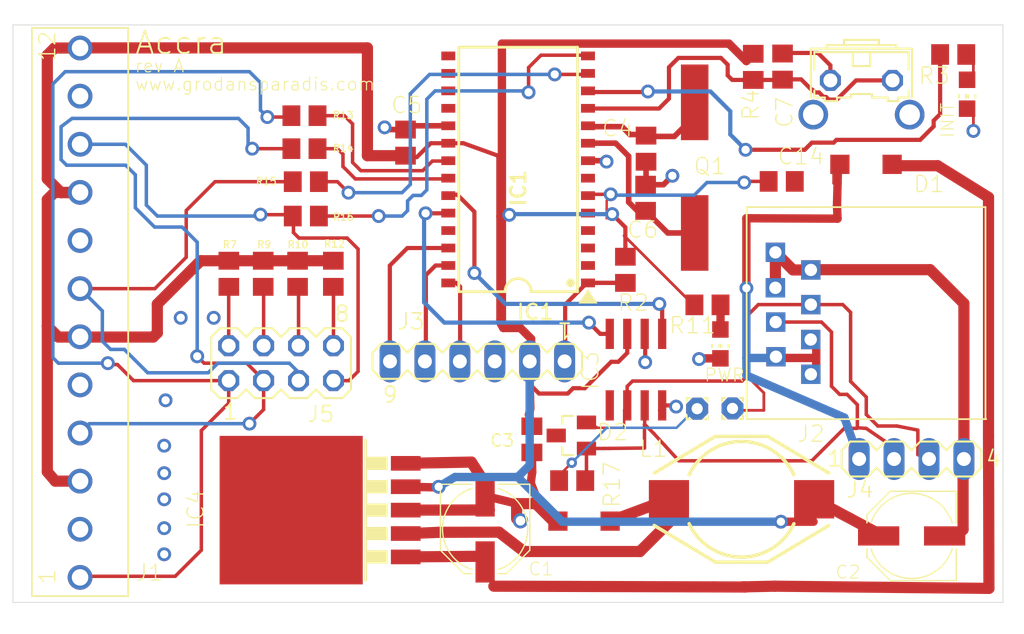
<source format=kicad_pcb>
(kicad_pcb (version 20241229) (generator "pcbnew") (generator_version "9.0")
  (layers (0 "F.Cu" signal) (4 "In1.Cu" signal) (6 "In2.Cu" signal) (8 "In3.Cu" signal) (10 "In4.Cu" signal) (2 "B.Cu" signal) (13 "F.Paste" user) (15 "B.Paste" user) (5 "F.SilkS" user "F.Silkscreen") (7 "B.SilkS" user "B.Silkscreen") (1 "F.Mask" user) (3 "B.Mask" user) (25 "Edge.Cuts" user))
  (net 0 "")
  (net 1 "+12V")
  (net 2 "VREF")
  (net 3 "GND")
  (net 4 "VCC")
  (net 5 "TXCAN")
  (net 6 "N$4")
  (net 7 "N$6")
  (net 8 "RXCAN")
  (net 9 "N$5")
  (net 10 "N$12")
  (net 11 "N$13")
  (net 12 "N$14")
  (net 13 "N$15")
  (net 14 "CANL")
  (net 15 "N$3")
  (net 16 "N$1")
  (net 17 "N$2")
  (net 18 "N$7")
  (net 19 "N$20")
  (net 20 "N$22")
  (net 21 "N$11")
  (net 22 "N$9")
  (net 23 "N$10")
  (net 24 "N$16")
  (net 25 "N$17")
  (net 26 "N$23")
  (net 27 "N$24")
  (net 28 "N$25")
  (net 29 "N$26")
  (net 30 "CNT1")
  (net 31 "CNT2")
  (net 32 "CNT3")
  (net 33 "CNT4")
  (footprint "accra_A:R0805" (layer "F.Cu") (at 135.8011 102.1036 -90)
    (property "Reference" "R12")
    (property "Value" "10K" (hide yes))
  )
  (footprint "accra_A:R0805" (layer "F.Cu") (at 130.7011 102.1036 -90)
    (property "Reference" "R9")
    (property "Value" "10K" (hide yes))
  )
  (footprint "accra_A:RJ-45" (layer "F.Cu") (at 176.8811 104.9636 90)
    (property "Reference" "J2")
    (property "Value" "A00-108-220-450" (hide yes))
  )
  (footprint "accra_A:R0805" (layer "F.Cu") (at 157.0411 101.8136 90)
    (property "Reference" "R2")
    (property "Value" "10K" (hide yes))
  )
  (footprint "accra_A:C0805" (layer "F.Cu") (at 168.4111 95.3836 180)
    (property "Reference" "C14")
    (property "Value" "10 uF" (hide yes))
  )
  (footprint "accra_A:R0805" (layer "F.Cu") (at 166.3411 87.0536 90)
    (property "Reference" "R4")
    (property "Value" "10K" (hide yes))
  )
  (footprint "accra_A:SOD123" (layer "F.Cu") (at 154.0333 120.0914 180)
    (property "Reference" "UNK1N5819" (hide yes))
    (property "Value" "S1D" (hide yes))
  )
  (footprint "accra_A:SO-08" (layer "F.Cu") (at 157.8111 109.0736 180)
    (property "Reference" "IC3")
    (property "Value" "MCP2551SN" (hide yes))
  )
  (footprint "accra_A:R0805" (layer "F.Cu") (at 133.8011 95.4036 180)
    (property "Reference" "R15")
    (property "Value" "22" (hide yes))
  )
  (footprint "accra_A:9C" (layer "F.Cu") (at 162.0811 94.3736 -90)
    (property "Reference" "Q1")
    (property "Value" "10 MHz" (hide yes))
  )
  (footprint "accra_A:0805" (layer "F.Cu") (at 150.2411 114.1436 90)
    (property "Reference" "C3")
    (property "Value" "100nF" (hide yes))
  )
  (footprint "accra_A:R0805" (layer "F.Cu") (at 133.8011 97.9036 180)
    (property "Reference" "R16")
    (property "Value" "22" (hide yes))
  )
  (footprint "accra_A:SOD123" (layer "F.Cu") (at 174.5411 94.1436 180)
    (property "Reference" "D1")
    (property "Value" "S1D" (hide yes))
  )
  (footprint "accra_A:C0805" (layer "F.Cu") (at 158.5127 96.575 -90)
    (property "Reference" "C6")
    (property "Value" "15pF" (hide yes))
  )
  (footprint "accra_A:R0805" (layer "F.Cu") (at 153.1711 117.1436 180)
    (property "Reference" "R17")
    (property "Value" "120" (hide yes))
  )
  (footprint "accra_A:1,6_0,8" (layer "F.Cu") (at 164.8311 111.8936)
    (property "Reference" "PAD2" (hide yes))
    (property "Value" "")
  )
  (footprint "accra_A:PINHEAD-12" (layer "F.Cu") (at 117.3811 106.6836 90)
    (property "Reference" "J1")
    (property "Value" "OSTTE-12" (hide yes))
  )
  (footprint "accra_A:MA06-1" (layer "F.Cu") (at 146.2711 108.4736 180)
    (property "Reference" "J3")
    (property "Value" "")
  )
  (footprint "accra_A:R0805" (layer "F.Cu") (at 128.2011 102.1036 -90)
    (property "Reference" "R7")
    (property "Value" "10K" (hide yes))
  )
  (footprint "accra_A:TO263-5" (layer "F.Cu") (at 135.2751 119.2912 90)
    (property "Reference" "IC4")
    (property "Value" "LM2575S" (hide yes))
  )
  (footprint "accra_A:DO3316P" (layer "F.Cu") (at 165.4887 118.5014)
    (property "Reference" "L1")
    (property "Value" "330 uH" (hide yes))
  )
  (footprint "accra_A:1,6_0,8" (layer "F.Cu") (at 162.2611 111.9136)
    (property "Reference" "PAD1" (hide yes))
    (property "Value" "")
  )
  (footprint "accra_A:PANASONIC_D" (layer "F.Cu") (at 177.8587 121.1678 180)
    (property "Reference" "C2")
    (property "Value" "330uF" (hide yes))
  )
  (footprint "accra_A:C0805" (layer "F.Cu") (at 141.0511 92.5636 90)
    (property "Reference" "C5")
    (property "Value" "0.1uF" (hide yes))
  )
  (footprint "accra_A:R0805" (layer "F.Cu") (at 133.2011 102.1036 -90)
    (property "Reference" "R10")
    (property "Value" "10K" (hide yes))
  )
  (footprint "accra_A:C0805" (layer "F.Cu") (at 168.4711 87.0336 -90)
    (property "Reference" "C7")
    (property "Value" "0.1uF" (hide yes))
  )
  (footprint "accra_A:C0805" (layer "F.Cu") (at 158.5437 93.0044 90)
    (property "Reference" "C4")
    (property "Value" "15pF" (hide yes))
  )
  (footprint "accra_A:PANASONIC_D" (layer "F.Cu") (at 146.8389 120.6594 -90)
    (property "Reference" "C1")
    (property "Value" "100uF" (hide yes))
  )
  (footprint "accra_A:R0805" (layer "F.Cu") (at 180.8811 86.1536 180)
    (property "Reference" "R3")
    (property "Value" "1K" (hide yes))
  )
  (footprint "accra_A:R0805" (layer "F.Cu") (at 133.7011 90.6036 180)
    (property "Reference" "R13")
    (property "Value" "22" (hide yes))
  )
  (footprint "accra_A:B3F-31XX" (layer "F.Cu") (at 174.2111 89.2836 180)
    (property "Reference" "S1" (hide yes))
    (property "Value" "")
  )
  (footprint "accra_A:R0805" (layer "F.Cu") (at 133.7011 93.0036 180)
    (property "Reference" "R14")
    (property "Value" "22" (hide yes))
  )
  (footprint "accra_A:CHIP-LED0805" (layer "F.Cu") (at 181.8911 89.0436 180)
    (property "Reference" "LED1" (hide yes))
    (property "Value" "")
  )
  (footprint "accra_A:CHIP-LED0805" (layer "F.Cu") (at 163.9511 107.2036 180)
    (property "Reference" "LED9" (hide yes))
    (property "Value" "")
  )
  (footprint "accra_A:R0805" (layer "F.Cu") (at 163.0111 104.3636 180)
    (property "Reference" "R11")
    (property "Value" "1K" (hide yes))
  )
  (footprint "accra_A:MA04-2" (layer "F.Cu") (at 132.0011 108.6036)
    (property "Reference" "J5")
    (property "Value" "")
  )
  (footprint "accra_A:SOT23" (layer "F.Cu") (at 153.1111 113.8636 90)
    (property "Reference" "D2")
    (property "Value" "NUP2105L" (hide yes))
  )
  (footprint "accra_A:SO28" (layer "F.Cu") (at 149.2411 94.5136 90)
    (property "Reference" "IC1")
    (property "Value" "PIC18F2580" (hide yes))
  )
  (footprint "accra_A:MA04-1" (layer "F.Cu") (at 177.8511 115.5736)
    (property "Reference" "J4")
    (property "Value" "")
  )
  (gr_line (start 112.5011 84.0036) (end 184.5011 84.0036) (stroke (width 0.05)) (layer "Edge.Cuts"))
  (gr_line (start 184.5011 84.0036) (end 184.5011 126.0036) (stroke (width 0.05)) (layer "Edge.Cuts"))
  (gr_line (start 112.5011 126.0036) (end 112.5011 84.0036) (stroke (width 0.05)) (layer "Edge.Cuts"))
  (gr_line (start 184.5011 126.0036) (end 112.5011 126.0036) (stroke (width 0.05)) (layer "Edge.Cuts"))
  (gr_text "PWR" (at 162.7311 110.0136 0) (layer "F.SilkS") (effects (font (size 0.93472 0.93472) (thickness 0.08128)) (justify left bottom)))
  (gr_text "INIT" (at 181.0211 92.2836 90) (layer "F.SilkS") (effects (font (size 0.93472 0.93472) (thickness 0.08128)) (justify left bottom)))
  (gr_text "Accra" (at 121.2975 86.2482 0) (layer "F.SilkS") (effects (font (size 1.63576 1.63576) (thickness 0.14224)) (justify left bottom)))
  (gr_text "rev A" (at 121.3051 87.5306 0) (layer "F.SilkS") (effects (font (size 0.93472 0.93472) (thickness 0.08128)) (justify left bottom)))
  (gr_text "www.grodansparadis.com" (at 121.3351 88.8516 0) (layer "F.SilkS") (effects (font (size 0.93472 0.93472) (thickness 0.08128)) (justify left bottom)))
  (segment (start 170.9211 108.2236) (end 170.9211 106.9536) (width 0.6096) (layer "F.Cu") (net 1))
  (segment (start 165.8411 103.1436) (end 165.8411 98.0636) (width 0.6096) (layer "F.Cu") (net 1))
  (segment (start 170.9211 108.2236) (end 170.9211 109.4936) (width 0.6096) (layer "F.Cu") (net 1))
  (segment (start 167.9911 108.1336) (end 168.3811 108.2236) (width 0.2032) (layer "F.Cu") (net 1))
  (segment (start 172.4726 95.5303) (end 172.1911 95.5236) (width 0.2032) (layer "F.Cu") (net 1))
  (segment (start 172.4726 95.5303) (end 172.5111 94.0336) (width 0.6096) (layer "F.Cu") (net 1))
  (segment (start 172.1911 94.2536) (end 172.6411 94.1436) (width 0.2032) (layer "F.Cu") (net 1))
  (segment (start 165.8411 98.0636) (end 172.4711 98.0936) (width 0.6096) (layer "F.Cu") (net 1))
  (segment (start 170.9211 109.4936) (end 170.5311 109.4136) (width 0.6096) (layer "F.Cu") (net 1))
  (segment (start 172.1911 95.5236) (end 172.1911 94.2536) (width 0.2032) (layer "F.Cu") (net 1))
  (segment (start 172.4711 98.0936) (end 172.4311 97.1436) (width 0.6096) (layer "F.Cu") (net 1))
  (segment (start 172.4311 97.1436) (end 172.4726 95.5303) (width 0.6096) (layer "F.Cu") (net 1))
  (segment (start 172.6411 94.1436) (end 172.3211 94.1636) (width 0.4064) (layer "F.Cu") (net 1))
  (segment (start 168.3811 108.2236) (end 170.9211 108.2236) (width 0.6096) (layer "F.Cu") (net 1))
  (segment (start 170.9211 106.9536) (end 170.5211 106.8836) (width 0.6096) (layer "F.Cu") (net 1))
  (via (at 165.8411 103.1436) (size 1.0064) (drill 0.6) (layers "F.Cu" "B.Cu") (net 1))
  (segment (start 165.8411 109.4936) (end 165.8411 108.2236) (width 0.6096) (layer "B.Cu") (net 1))
  (segment (start 165.8411 108.2236) (end 165.8411 103.1436) (width 0.6096) (layer "B.Cu") (net 1))
  (segment (start 172.9711 112.5636) (end 174.0411 115.5736) (width 0.6096) (layer "B.Cu") (net 1))
  (segment (start 165.8411 108.2236) (end 168.3811 108.2236) (width 0.6096) (layer "B.Cu") (net 1))
  (segment (start 168.3811 108.2236) (end 167.9911 108.1336) (width 0.6096) (layer "B.Cu") (net 1))
  (segment (start 165.8411 109.4936) (end 172.9711 112.5636) (width 0.6096) (layer "B.Cu") (net 1))
  (segment (start 181.6011 120.7036) (end 181.6011 115.6336) (width 0.8128) (layer "F.Cu") (net 3))
  (segment (start 170.5311 101.8236) (end 169.2311 101.8236) (width 0.8128) (layer "F.Cu") (net 3))
  (segment (start 149.1311 118.8194) (end 149.1311 118.6436) (width 0.254) (layer "F.Cu") (net 3))
  (segment (start 151.9759 120.0914) (end 152.0775 120.193) (width 0.6096) (layer "F.Cu") (net 3))
  (segment (start 181.1369 121.1678) (end 181.6011 120.7036) (width 0.8128) (layer "F.Cu") (net 3))
  (segment (start 145.8407 115.7976) (end 141.0663 115.8876) (width 0.8128) (layer "F.Cu") (net 3))
  (segment (start 150.5261 118.2586) (end 150.1611 117.3236) (width 0.6096) (layer "F.Cu") (net 3))
  (segment (start 181.6611 104.2636) (end 179.2011 101.8036) (width 0.8128) (layer "F.Cu") (net 3))
  (segment (start 169.2311 101.8236) (end 167.9511 100.5436) (width 0.8128) (layer "F.Cu") (net 3))
  (segment (start 146.8389 118.2594) (end 149.1311 118.8194) (width 0.6096) (layer "F.Cu") (net 3))
  (segment (start 150.2636 116.5236) (end 150.2411 115.0961) (width 0.6096) (layer "F.Cu") (net 3))
  (segment (start 146.9721 117.5514) (end 145.8407 115.7976) (width 0.8128) (layer "F.Cu") (net 3))
  (segment (start 147.1483 119.2796) (end 146.8329 119.3566) (width 0.6096) (layer "F.Cu") (net 3))
  (segment (start 155.6061 93.8786) (end 155.6711 93.9436) (width 0.4064) (layer "F.Cu") (net 3))
  (segment (start 160.6411 111.6736) (end 160.7311 111.7636) (width 0.3048) (layer "F.Cu") (net 3))
  (segment (start 151.8333 120.1266) (end 152.1333 120.0914) (width 0.6096) (layer "F.Cu") (net 3))
  (segment (start 146.9389 118.8546) (end 146.8451 118.9484) (width 0.6096) (layer "F.Cu") (net 3))
  (segment (start 180.2587 121.1678) (end 181.1369 121.1678) (width 0.8128) (layer "F.Cu") (net 3))
  (segment (start 151.9759 120.0914) (end 151.4311 119.5466) (width 0.6096) (layer "F.Cu") (net 3))
  (segment (start 179.2011 101.8036) (end 170.5511 101.8036) (width 0.8128) (layer "F.Cu") (net 3))
  (segment (start 171.9505 86.943) (end 171.9505 88.039) (width 0.3048) (layer "F.Cu") (net 3))
  (segment (start 159.4911 112.0336) (end 159.7161 111.6736) (width 0.1778) (layer "F.Cu") (net 3))
  (segment (start 159.7161 111.6736) (end 160.6411 111.6736) (width 0.3048) (layer "F.Cu") (net 3))
  (segment (start 182.3511 91.7136) (end 182.3511 90.4436) (width 0.2032) (layer "F.Cu") (net 3))
  (segment (start 147.1479 118.8194) (end 146.8389 118.2594) (width 0.6096) (layer "F.Cu") (net 3))
  (segment (start 158.4811 106.5086) (end 158.4461 106.4736) (width 0.3048) (layer "F.Cu") (net 3))
  (segment (start 167.9511 100.5436) (end 167.9511 103.1236) (width 0.8128) (layer "F.Cu") (net 3))
  (segment (start 150.5261 118.8194) (end 151.8333 120.1266) (width 0.8128) (layer "F.Cu") (net 3))
  (segment (start 159.4911 112.0336) (end 159.693093 112.0336) (width 0.1778) (layer "F.Cu") (net 3))
  (segment (start 168.4711 86.0836) (end 168.5111 86.0436) (width 0.3048) (layer "F.Cu") (net 3))
  (segment (start 149.1311 119.9136) (end 149.4105 120.066) (width 0.6096) (layer "F.Cu") (net 3))
  (segment (start 146.8389 118.2594) (end 146.9389 118.8546) (width 0.6096) (layer "F.Cu") (net 3))
  (segment (start 152.1333 120.0914) (end 151.9759 120.0914) (width 0.6096) (layer "F.Cu") (net 3))
  (segment (start 170.5511 101.8036) (end 170.5311 101.8236) (width 0.8128) (layer "F.Cu") (net 3))
  (segment (start 149.1311 118.8194) (end 150.5261 118.8194) (width 0.8128) (layer "F.Cu") (net 3))
  (segment (start 150.1611 117.3236) (end 150.2636 116.5236) (width 0.6096) (layer "F.Cu") (net 3))
  (segment (start 146.8329 119.3566) (end 147.1245 118.796) (width 0.6096) (layer "F.Cu") (net 3))
  (segment (start 158.5127 95.625) (end 158.5437 95.594) (width 0.4064) (layer "F.Cu") (net 3))
  (segment (start 158.5437 95.594) (end 158.5437 93.9544) (width 0.4064) (layer "F.Cu") (net 3))
  (segment (start 171.0511 86.0436) (end 171.9505 86.943) (width 0.3048) (layer "F.Cu") (net 3))
  (segment (start 141.0511 91.6136) (end 141.3261 91.3386) (width 0.4064) (layer "F.Cu") (net 3))
  (segment (start 147.1479 118.8194) (end 147.2007 118.8722) (width 0.6096) (layer "F.Cu") (net 3))
  (segment (start 159.8097 95.625) (end 160.4611 94.9736) (width 0.4064) (layer "F.Cu") (net 3))
  (segment (start 154.3211 93.8786) (end 155.6061 93.8786) (width 0.4064) (layer "F.Cu") (net 3))
  (segment (start 181.6011 115.6336) (end 181.6611 115.5736) (width 0.8128) (layer "F.Cu") (net 3))
  (segment (start 181.6611 115.5736) (end 181.6611 104.2636) (width 0.8128) (layer "F.Cu") (net 3))
  (segment (start 158.5127 95.625) (end 159.8097 95.625) (width 0.4064) (layer "F.Cu") (net 3))
  (segment (start 158.5437 93.9544) (end 158.4679 93.8786) (width 0.4064) (layer "F.Cu") (net 3))
  (segment (start 146.9721 118.8214) (end 146.9721 117.5514) (width 0.6096) (layer "F.Cu") (net 3))
  (segment (start 147.1245 118.796) (end 147.1479 118.8194) (width 0.6096) (layer "F.Cu") (net 3))
  (segment (start 182.3511 90.4436) (end 181.8911 90.0936) (width 0.2032) (layer "F.Cu") (net 3))
  (segment (start 151.8333 120.1266) (end 151.9251 120.2184) (width 0.6096) (layer "F.Cu") (net 3))
  (segment (start 139.5311 91.4536) (end 139.6911 91.6136) (width 0.4064) (layer "F.Cu") (net 3))
  (segment (start 141.0663 119.2912) (end 147.1483 119.2796) (width 0.8128) (layer "F.Cu") (net 3))
  (segment (start 158.4811 108.5336) (end 158.4811 106.5086) (width 0.3048) (layer "F.Cu") (net 3))
  (segment (start 149.1311 118.8194) (end 149.1311 119.9136) (width 0.8128) (layer "F.Cu") (net 3))
  (segment (start 168.5111 86.0436) (end 171.0511 86.0436) (width 0.3048) (layer "F.Cu") (net 3))
  (segment (start 146.9389 118.8546) (end 146.9721 118.8214) (width 0.6096) (layer "F.Cu") (net 3))
  (segment (start 141.3261 91.3386) (end 144.1611 91.3386) (width 0.4064) (layer "F.Cu") (net 3))
  (segment (start 139.6911 91.6136) (end 141.0511 91.6136) (width 0.4064) (layer "F.Cu") (net 3))
  (segment (start 162.4511 108.2536) (end 163.9511 108.2536) (width 0.6096) (layer "F.Cu") (net 3))
  (segment (start 150.5261 118.8194) (end 150.5261 118.2586) (width 0.6096) (layer "F.Cu") (net 3))
  (via (at 158.4811 108.5336) (size 1.0064) (drill 0.6) (layers "F.Cu" "B.Cu") (net 3))
  (via (at 123.5011 114.6036) (size 1.0064) (drill 0.6) (layers "F.Cu" "B.Cu") (net 3))
  (via (at 155.6711 93.9436) (size 1.0064) (drill 0.6) (layers "F.Cu" "B.Cu") (net 3))
  (via (at 124.7011 105.3036) (size 1.0064) (drill 0.6) (layers "F.Cu" "B.Cu") (net 3))
  (via (at 160.7311 111.7636) (size 1.0064) (drill 0.6) (layers "F.Cu" "B.Cu") (net 3))
  (via (at 160.4611 94.9736) (size 1.0064) (drill 0.6) (layers "F.Cu" "B.Cu") (net 3))
  (via (at 127.1011 105.3036) (size 1.0064) (drill 0.6) (layers "F.Cu" "B.Cu") (net 3))
  (via (at 123.6011 111.3036) (size 1.0064) (drill 0.6) (layers "F.Cu" "B.Cu") (net 3))
  (via (at 182.3511 91.7136) (size 1.0064) (drill 0.6) (layers "F.Cu" "B.Cu") (net 3))
  (via (at 149.4105 120.066) (size 1.1064) (drill 0.7) (layers "F.Cu" "B.Cu") (net 3))
  (via (at 123.5011 122.5036) (size 1.0064) (drill 0.6) (layers "F.Cu" "B.Cu") (net 3))
  (via (at 162.4011 108.3036) (size 1.0064) (drill 0.6) (layers "F.Cu" "B.Cu") (net 3))
  (via (at 123.5011 116.6036) (size 1.0064) (drill 0.6) (layers "F.Cu" "B.Cu") (net 3))
  (via (at 123.5011 120.6036) (size 1.0064) (drill 0.6) (layers "F.Cu" "B.Cu") (net 3))
  (via (at 139.5311 91.4536) (size 1.0064) (drill 0.6) (layers "F.Cu" "B.Cu") (net 3))
  (via (at 123.5011 118.5036) (size 1.0064) (drill 0.6) (layers "F.Cu" "B.Cu") (net 3))
  (segment (start 115.5211 96.1836) (end 115.0011 96.7036) (width 0.8128) (layer "F.Cu") (net 4))
  (segment (start 133.2011 101.1536) (end 135.8011 101.1536) (width 0.8128) (layer "F.Cu") (net 4))
  (segment (start 164.5711 85.3636) (end 165.8411 86.6336) (width 0.6096) (layer "F.Cu") (net 4))
  (segment (start 157.0411 98.7236) (end 157.0411 99.3336) (width 0.3048) (layer "F.Cu") (net 4))
  (segment (start 168.3511 120.1336) (end 170.7265 120.1336) (width 0.6096) (layer "F.Cu") (net 4))
  (segment (start 117.3811 117.1836) (end 115.5811 117.1836) (width 0.8128) (layer "F.Cu") (net 4))
  (segment (start 147.8011 93.5236) (end 147.8011 97.9236) (width 0.3048) (layer "F.Cu") (net 4))
  (segment (start 122.5111 85.6736) (end 138.2811 85.6736) (width 0.8128) (layer "F.Cu") (net 4))
  (segment (start 157.0411 99.3336) (end 156.9511 99.3336) (width 0.2032) (layer "F.Cu") (net 4))
  (segment (start 157.0411 99.3336) (end 157.0411 100.8636) (width 0.3048) (layer "F.Cu") (net 4))
  (segment (start 156.9511 99.3336) (end 162.0311 104.4136) (width 0.2032) (layer "F.Cu") (net 4))
  (segment (start 147.8011 97.9236) (end 147.9111 97.8136) (width 0.3048) (layer "F.Cu") (net 4))
  (segment (start 148.0611 105.6836) (end 148.0611 85.3636) (width 0.6096) (layer "F.Cu") (net 4))
  (segment (start 162.0311 104.4136) (end 162.0611 104.3636) (width 0.2032) (layer "F.Cu") (net 4))
  (segment (start 155.6811 96.7936) (end 155.9711 96.3236) (width 0.1778) (layer "F.Cu") (net 4))
  (segment (start 170.7687 118.5014) (end 175.5487 121.0514) (width 0.8128) (layer "F.Cu") (net 4))
  (segment (start 154.0911 110.4236) (end 156.0111 108.5036) (width 0.3048) (layer "F.Cu") (net 4))
  (segment (start 147.9111 97.8136) (end 148.5911 97.8136) (width 0.3048) (layer "F.Cu") (net 4))
  (segment (start 115.0011 116.5036) (end 115.0011 105.9036) (width 0.8128) (layer "F.Cu") (net 4))
  (segment (start 150.7611 110.8136) (end 152.8511 110.8136) (width 0.3048) (layer "F.Cu") (net 4))
  (segment (start 153.2411 110.4236) (end 154.0911 110.4236) (width 0.3048) (layer "F.Cu") (net 4))
  (segment (start 156.0111 108.5036) (end 156.5311 108.5036) (width 0.3048) (layer "F.Cu") (net 4))
  (segment (start 128.2011 101.1536) (end 126.1511 101.1536) (width 0.8128) (layer "F.Cu") (net 4))
  (segment (start 165.6811 95.4636) (end 165.7611 95.3836) (width 0.254) (layer "F.Cu") (net 4))
  (segment (start 152.8511 110.8136) (end 153.2411 110.4236) (width 0.3048) (layer "F.Cu") (net 4))
  (segment (start 117.3811 96.1836) (end 115.5211 96.1836) (width 0.8128) (layer "F.Cu") (net 4))
  (segment (start 145.2661 92.6086) (end 147.8011 93.5236) (width 0.3048) (layer "F.Cu") (net 4))
  (segment (start 138.2811 93.5136) (end 141.0511 93.5136) (width 0.8128) (layer "F.Cu") (net 4))
  (segment (start 154.3211 96.4186) (end 154.4161 96.3236) (width 0.254) (layer "F.Cu") (net 4))
  (segment (start 147.8011 105.4236) (end 147.9796 105.731) (width 0.3048) (layer "F.Cu") (net 4))
  (segment (start 115.5811 117.1836) (end 115.0011 116.5036) (width 0.8128) (layer "F.Cu") (net 4))
  (segment (start 115.0011 95.2036) (end 116.0011 96.2036) (width 0.8128) (layer "F.Cu") (net 4))
  (segment (start 150.0811 110.1336) (end 150.7611 110.8136) (width 0.3048) (layer "F.Cu") (net 4))
  (segment (start 115.0011 96.7036) (end 115.0011 105.9036) (width 0.8128) (layer "F.Cu") (net 4))
  (segment (start 155.6811 98.0636) (end 156.0811 97.7636) (width 0.1778) (layer "F.Cu") (net 4))
  (segment (start 122.5111 85.6736) (end 117.3911 85.6736) (width 0.8128) (layer "F.Cu") (net 4))
  (segment (start 154.4161 96.3236) (end 155.9711 96.3236) (width 0.254) (layer "F.Cu") (net 4))
  (segment (start 143.3569 117.6394) (end 141.0663 117.5894) (width 0.6096) (layer "F.Cu") (net 4))
  (segment (start 130.7011 101.1536) (end 133.2011 101.1536) (width 0.8128) (layer "F.Cu") (net 4))
  (segment (start 147.8011 97.9236) (end 147.8011 105.4236) (width 0.3048) (layer "F.Cu") (net 4))
  (segment (start 115.5211 85.6836) (end 115.0011 86.2036) (width 0.8128) (layer "F.Cu") (net 4))
  (segment (start 141.0511 93.5136) (end 141.1511 93.6136) (width 0.3048) (layer "F.Cu") (net 4))
  (segment (start 123.0011 106.4036) (end 122.7011 106.7036) (width 0.8128) (layer "F.Cu") (net 4))
  (segment (start 122.7011 106.7036) (end 117.4011 106.7036) (width 0.8128) (layer "F.Cu") (net 4))
  (segment (start 117.3611 106.7036) (end 117.3811 106.6836) (width 0.8128) (layer "F.Cu") (net 4))
  (segment (start 147.9796 105.731) (end 148.1611 106.0436) (width 0.6096) (layer "F.Cu") (net 4))
  (segment (start 126.1511 101.1536) (end 123.0011 104.3036) (width 0.8128) (layer "F.Cu") (net 4))
  (segment (start 156.0811 97.7636) (end 157.0411 98.7236) (width 0.3048) (layer "F.Cu") (net 4))
  (segment (start 157.1761 107.8586) (end 157.1761 106.4736) (width 0.3048) (layer "F.Cu") (net 4))
  (segment (start 123.0011 104.3036) (end 123.0011 106.4036) (width 0.8128) (layer "F.Cu") (net 4))
  (segment (start 122.5111 85.6736) (end 122.3511 85.8336) (width 0.254) (layer "F.Cu") (net 4))
  (segment (start 143.4611 117.5936) (end 143.3569 117.6394) (width 0.3048) (layer "F.Cu") (net 4))
  (segment (start 155.6811 98.0636) (end 155.6811 96.7936) (width 0.1778) (layer "F.Cu") (net 4))
  (segment (start 117.3911 85.6736) (end 117.3811 85.6836) (width 0.8128) (layer "F.Cu") (net 4))
  (segment (start 148.0611 85.3636) (end 164.5711 85.3636) (width 0.6096) (layer "F.Cu") (net 4))
  (segment (start 142.8861 92.6086) (end 144.1611 92.6086) (width 0.3048) (layer "F.Cu") (net 4))
  (segment (start 150.0811 108.4736) (end 150.0811 110.1336) (width 0.6096) (layer "F.Cu") (net 4))
  (segment (start 117.4011 106.7036) (end 117.3811 106.6836) (width 0.8128) (layer "F.Cu") (net 4))
  (segment (start 117.3611 96.2036) (end 117.3811 96.1836) (width 0.8128) (layer "F.Cu") (net 4))
  (segment (start 141.8811 93.6136) (end 142.8861 92.6086) (width 0.3048) (layer "F.Cu") (net 4))
  (segment (start 175.5487 121.0514) (end 175.4587 121.1678) (width 0.4064) (layer "F.Cu") (net 4))
  (segment (start 116.0011 96.2036) (end 117.3611 96.2036) (width 0.8128) (layer "F.Cu") (net 4))
  (segment (start 150.1311 111.8836) (end 150.0286 112.3511) (width 0.6096) (layer "F.Cu") (net 4))
  (segment (start 165.8411 86.6336) (end 166.3411 86.1036) (width 0.6096) (layer "F.Cu") (net 4))
  (segment (start 149.4011 106.0436) (end 150.1811 106.8236) (width 0.6096) (layer "F.Cu") (net 4))
  (segment (start 165.7611 95.3836) (end 167.4611 95.3836) (width 0.254) (layer "F.Cu") (net 4))
  (segment (start 150.1811 108.3736) (end 150.0811 108.4736) (width 0.3048) (layer "F.Cu") (net 4))
  (segment (start 170.7265 120.1336) (end 170.7687 118.5014) (width 0.3048) (layer "F.Cu") (net 4))
  (segment (start 150.0286 112.3511) (end 150.2411 113.1911) (width 0.6096) (layer "F.Cu") (net 4))
  (segment (start 147.9796 105.731) (end 148.0611 105.6836) (width 0.254) (layer "F.Cu") (net 4))
  (segment (start 150.1811 106.8236) (end 150.1811 108.3736) (width 0.6096) (layer "F.Cu") (net 4))
  (segment (start 115.0011 105.9036) (end 115.8011 106.7036) (width 0.8128) (layer "F.Cu") (net 4))
  (segment (start 115.8011 106.7036) (end 117.3611 106.7036) (width 0.8128) (layer "F.Cu") (net 4))
  (segment (start 144.1611 92.6086) (end 145.2661 92.6086) (width 0.3048) (layer "F.Cu") (net 4))
  (segment (start 150.0811 110.1336) (end 150.1311 111.8836) (width 0.6096) (layer "F.Cu") (net 4))
  (segment (start 141.1511 93.6136) (end 141.8811 93.6136) (width 0.3048) (layer "F.Cu") (net 4))
  (segment (start 117.3811 85.6836) (end 115.5211 85.6836) (width 0.8128) (layer "F.Cu") (net 4))
  (segment (start 156.5311 108.5036) (end 157.1761 107.8586) (width 0.3048) (layer "F.Cu") (net 4))
  (segment (start 115.0011 86.2036) (end 115.0011 95.2036) (width 0.8128) (layer "F.Cu") (net 4))
  (segment (start 148.1611 106.0436) (end 149.4011 106.0436) (width 0.6096) (layer "F.Cu") (net 4))
  (segment (start 138.2811 85.6736) (end 138.2811 93.5136) (width 0.8128) (layer "F.Cu") (net 4))
  (segment (start 128.2011 101.1536) (end 130.7011 101.1536) (width 0.8128) (layer "F.Cu") (net 4))
  (via (at 155.9711 96.3236) (size 1.0064) (drill 0.6) (layers "F.Cu" "B.Cu") (net 4))
  (via (at 156.0811 97.7636) (size 1.0064) (drill 0.6) (layers "F.Cu" "B.Cu") (net 4))
  (via (at 165.6811 95.4636) (size 1.0064) (drill 0.6) (layers "F.Cu" "B.Cu") (net 4))
  (via (at 148.5911 97.8136) (size 1.0064) (drill 0.6) (layers "F.Cu" "B.Cu") (net 4))
  (via (at 168.3511 120.1336) (size 1.0064) (drill 0.6) (layers "F.Cu" "B.Cu") (net 4))
  (via (at 143.4611 117.5936) (size 1.0064) (drill 0.6) (layers "F.Cu" "B.Cu") (net 4))
  (segment (start 144.6411 116.8836) (end 143.4611 117.5936) (width 0.6096) (layer "B.Cu") (net 4))
  (segment (start 155.9711 96.3236) (end 156.0311 96.3836) (width 0.254) (layer "B.Cu") (net 4))
  (segment (start 148.5911 97.8136) (end 148.6411 97.7636) (width 0.3048) (layer "B.Cu") (net 4))
  (segment (start 162.0511 96.3836) (end 162.9711 95.4636) (width 0.254) (layer "B.Cu") (net 4))
  (segment (start 149.2111 116.8836) (end 152.4611 120.1336) (width 0.6096) (layer "B.Cu") (net 4))
  (segment (start 148.6411 97.7636) (end 156.0811 97.7636) (width 0.3048) (layer "B.Cu") (net 4))
  (segment (start 149.2111 116.8836) (end 144.6411 116.8836) (width 0.6096) (layer "B.Cu") (net 4))
  (segment (start 152.4611 120.1336) (end 168.3511 120.1336) (width 0.6096) (layer "B.Cu") (net 4))
  (segment (start 150.0811 116.0136) (end 149.2111 116.8836) (width 0.6096) (layer "B.Cu") (net 4))
  (segment (start 162.9711 95.4636) (end 165.6811 95.4636) (width 0.254) (layer "B.Cu") (net 4))
  (segment (start 156.0311 96.3836) (end 162.0511 96.3836) (width 0.254) (layer "B.Cu") (net 4))
  (segment (start 150.0811 108.4736) (end 150.0811 116.0136) (width 0.6096) (layer "B.Cu") (net 4))
  (segment (start 146.0611 97.5936) (end 144.8211 96.3536) (width 0.3048) (layer "F.Cu") (net 5))
  (segment (start 144.2261 96.3536) (end 144.1611 96.4186) (width 0.3048) (layer "F.Cu") (net 5))
  (segment (start 159.5111 104.2936) (end 159.7161 104.4986) (width 0.3048) (layer "F.Cu") (net 5))
  (segment (start 159.7161 104.4986) (end 159.7161 106.4736) (width 0.3048) (layer "F.Cu") (net 5))
  (segment (start 144.8211 96.3536) (end 144.2261 96.3536) (width 0.3048) (layer "F.Cu") (net 5))
  (segment (start 146.0611 102.0436) (end 146.0611 97.5936) (width 0.3048) (layer "F.Cu") (net 5))
  (via (at 146.0611 102.0436) (size 1.0064) (drill 0.6) (layers "F.Cu" "B.Cu") (net 5))
  (via (at 159.5111 104.2936) (size 1.0064) (drill 0.6) (layers "F.Cu" "B.Cu") (net 5))
  (segment (start 146.0611 102.0436) (end 148.3111 104.2936) (width 0.3048) (layer "B.Cu") (net 5))
  (segment (start 148.3111 104.2936) (end 159.5111 104.2936) (width 0.3048) (layer "B.Cu") (net 5))
  (segment (start 158.6411 88.8836) (end 158.6811 88.8436) (width 0.3048) (layer "F.Cu") (net 6))
  (segment (start 179.4611 91.3836) (end 179.4611 90.9636) (width 0.3048) (layer "F.Cu") (net 6))
  (segment (start 172.1911 92.5636) (end 172.3911 92.3636) (width 0.3048) (layer "F.Cu") (net 6))
  (segment (start 154.3211 88.7986) (end 154.4261 88.7986) (width 0.3048) (layer "F.Cu") (net 6))
  (segment (start 179.9311 90.4936) (end 179.9311 86.1536) (width 0.3048) (layer "F.Cu") (net 6))
  (segment (start 170.0811 93.0836) (end 170.6011 92.5636) (width 0.3048) (layer "F.Cu") (net 6))
  (segment (start 154.5111 88.8836) (end 158.6411 88.8836) (width 0.3048) (layer "F.Cu") (net 6))
  (segment (start 172.3911 92.3636) (end 178.4811 92.3636) (width 0.3048) (layer "F.Cu") (net 6))
  (segment (start 170.6011 92.5636) (end 172.1911 92.5636) (width 0.3048) (layer "F.Cu") (net 6))
  (segment (start 165.7811 93.0836) (end 170.0811 93.0836) (width 0.3048) (layer "F.Cu") (net 6))
  (segment (start 154.4261 88.7986) (end 154.5111 88.8836) (width 0.3048) (layer "F.Cu") (net 6))
  (segment (start 178.4811 92.3636) (end 179.4611 91.3836) (width 0.3048) (layer "F.Cu") (net 6))
  (segment (start 179.4611 90.9636) (end 179.9311 90.4936) (width 0.3048) (layer "F.Cu") (net 6))
  (via (at 165.7811 93.0836) (size 1.0064) (drill 0.6) (layers "F.Cu" "B.Cu") (net 6))
  (via (at 158.6811 88.8436) (size 1.0064) (drill 0.6) (layers "F.Cu" "B.Cu") (net 6))
  (segment (start 163.2311 88.8436) (end 164.6711 90.2836) (width 0.3048) (layer "B.Cu") (net 6))
  (segment (start 164.6711 91.9736) (end 165.7811 93.0836) (width 0.3048) (layer "B.Cu") (net 6))
  (segment (start 158.6811 88.8436) (end 163.2311 88.8436) (width 0.3048) (layer "B.Cu") (net 6))
  (segment (start 164.6711 90.2836) (end 164.6711 91.9736) (width 0.3048) (layer "B.Cu") (net 6))
  (segment (start 159.4911 90.0836) (end 160.2111 89.3636) (width 0.3048) (layer "F.Cu") (net 7))
  (segment (start 170.8311 88.9136) (end 171.1211 88.9136) (width 0.3048) (layer "F.Cu") (net 7))
  (segment (start 163.9911 86.4036) (end 164.4811 86.8936) (width 0.3048) (layer "F.Cu") (net 7))
  (segment (start 171.4511 89.2436) (end 171.6411 89.2436) (width 0.3048) (layer "F.Cu") (net 7))
  (segment (start 171.8311 89.4336) (end 172.4211 89.4336) (width 0.3048) (layer "F.Cu") (net 7))
  (segment (start 170.6311 88.7136) (end 170.8311 88.9136) (width 0.3048) (layer "F.Cu") (net 7))
  (segment (start 172.4211 89.4336) (end 173.8157 88.039) (width 0.3048) (layer "F.Cu") (net 7))
  (segment (start 169.8211 87.9636) (end 170.5711 88.7136) (width 0.3048) (layer "F.Cu") (net 7))
  (segment (start 168.4911 87.9636) (end 169.8211 87.9636) (width 0.3048) (layer "F.Cu") (net 7))
  (segment (start 154.3361 90.0836) (end 159.4911 90.0836) (width 0.3048) (layer "F.Cu") (net 7))
  (segment (start 164.8111 88.0036) (end 166.3411 88.0036) (width 0.3048) (layer "F.Cu") (net 7))
  (segment (start 168.4711 87.9836) (end 168.4911 87.9636) (width 0.3048) (layer "F.Cu") (net 7))
  (segment (start 173.8157 88.039) (end 176.4717 88.039) (width 0.3048) (layer "F.Cu") (net 7))
  (segment (start 160.8911 86.4036) (end 163.9911 86.4036) (width 0.3048) (layer "F.Cu") (net 7))
  (segment (start 164.4811 86.8936) (end 164.4811 87.6736) (width 0.3048) (layer "F.Cu") (net 7))
  (segment (start 154.3211 90.0686) (end 154.3361 90.0836) (width 0.3048) (layer "F.Cu") (net 7))
  (segment (start 170.5711 88.7136) (end 170.6311 88.7136) (width 0.3048) (layer "F.Cu") (net 7))
  (segment (start 168.4511 88.0036) (end 168.4711 87.9836) (width 0.3048) (layer "F.Cu") (net 7))
  (segment (start 160.2111 87.0836) (end 160.8911 86.4036) (width 0.3048) (layer "F.Cu") (net 7))
  (segment (start 160.2111 89.3636) (end 160.2111 87.0836) (width 0.3048) (layer "F.Cu") (net 7))
  (segment (start 166.3411 88.0036) (end 168.4511 88.0036) (width 0.3048) (layer "F.Cu") (net 7))
  (segment (start 171.1211 88.9136) (end 171.4511 89.2436) (width 0.3048) (layer "F.Cu") (net 7))
  (segment (start 164.4811 87.6736) (end 164.8111 88.0036) (width 0.3048) (layer "F.Cu") (net 7))
  (segment (start 171.6411 89.2436) (end 171.8311 89.4336) (width 0.3048) (layer "F.Cu") (net 7))
  (segment (start 142.5111 97.7036) (end 144.1461 97.7036) (width 0.3048) (layer "F.Cu") (net 8))
  (segment (start 155.2111 106.4736) (end 155.9061 106.4736) (width 0.3048) (layer "F.Cu") (net 8))
  (segment (start 154.3911 105.6536) (end 155.2111 106.4736) (width 0.3048) (layer "F.Cu") (net 8))
  (segment (start 144.1461 97.7036) (end 144.1611 97.6886) (width 0.3048) (layer "F.Cu") (net 8))
  (via (at 154.3911 105.6536) (size 1.0064) (drill 0.6) (layers "F.Cu" "B.Cu") (net 8))
  (via (at 142.5111 97.7036) (size 1.0064) (drill 0.6) (layers "F.Cu" "B.Cu") (net 8))
  (segment (start 142.4011 104.1836) (end 143.8711 105.6536) (width 0.3048) (layer "B.Cu") (net 8))
  (segment (start 142.4011 97.8136) (end 142.5111 97.7036) (width 0.3048) (layer "B.Cu") (net 8))
  (segment (start 143.8711 105.6536) (end 154.3911 105.6536) (width 0.3048) (layer "B.Cu") (net 8))
  (segment (start 142.4011 104.1836) (end 142.4011 97.8136) (width 0.3048) (layer "B.Cu") (net 8))
  (segment (start 182.3511 86.6336) (end 181.8311 86.1536) (width 0.254) (layer "F.Cu") (net 9))
  (segment (start 182.3511 87.9036) (end 182.3511 86.6336) (width 0.2032) (layer "F.Cu") (net 9))
  (segment (start 181.8911 87.9936) (end 182.3511 87.9036) (width 0.2032) (layer "F.Cu") (net 9))
  (segment (start 154.2411 102.7636) (end 157.0411 102.7636) (width 0.3048) (layer "F.Cu") (net 10))
  (segment (start 157.0361 102.7686) (end 154.3211 102.7686) (width 0.3048) (layer "F.Cu") (net 10))
  (segment (start 152.6611 104.3436) (end 154.2411 102.7636) (width 0.3048) (layer "F.Cu") (net 10))
  (segment (start 157.0411 102.7636) (end 157.0361 102.7686) (width 0.3048) (layer "F.Cu") (net 10))
  (segment (start 152.6611 108.4336) (end 152.6611 104.3436) (width 0.3048) (layer "F.Cu") (net 10))
  (segment (start 152.6211 108.4736) (end 152.6611 108.4336) (width 0.3048) (layer "F.Cu") (net 10))
  (segment (start 145.0211 108.4536) (end 145.0211 103.0436) (width 0.3048) (layer "F.Cu") (net 11))
  (segment (start 145.0011 108.4736) (end 145.0211 108.4536) (width 0.3048) (layer "F.Cu") (net 11))
  (segment (start 145.0211 103.0436) (end 144.7461 102.7686) (width 0.3048) (layer "F.Cu") (net 11))
  (segment (start 144.7461 102.7686) (end 144.1611 102.7686) (width 0.3048) (layer "F.Cu") (net 11))
  (segment (start 143.2361 101.4986) (end 144.1611 101.4986) (width 0.3048) (layer "F.Cu") (net 12))
  (segment (start 142.5311 108.4036) (end 142.5311 102.2036) (width 0.3048) (layer "F.Cu") (net 12))
  (segment (start 142.4611 108.4736) (end 142.5311 108.4036) (width 0.3048) (layer "F.Cu") (net 12))
  (segment (start 142.5311 102.2036) (end 143.2361 101.4986) (width 0.3048) (layer "F.Cu") (net 12))
  (segment (start 139.9111 108.4636) (end 139.9111 101.5036) (width 0.3048) (layer "F.Cu") (net 13))
  (segment (start 141.1861 100.2286) (end 144.1611 100.2286) (width 0.3048) (layer "F.Cu") (net 13))
  (segment (start 139.9111 101.5036) (end 141.1861 100.2286) (width 0.3048) (layer "F.Cu") (net 13))
  (segment (start 139.9211 108.4736) (end 139.9111 108.4636) (width 0.3048) (layer "F.Cu") (net 13))
  (segment (start 175.4011 113.1736) (end 176.7911 113.1736) (width 0.254) (layer "F.Cu") (net 14))
  (segment (start 154.2111 112.9136) (end 154.9511 113.2636) (width 0.2032) (layer "F.Cu") (net 14))
  (segment (start 165.8861 109.5386) (end 165.9811 109.4436) (width 0.254) (layer "F.Cu") (net 14))
  (segment (start 165.9811 109.4436) (end 165.9811 105.0736) (width 0.254) (layer "F.Cu") (net 14))
  (segment (start 178.3111 115.2536) (end 179.1211 115.5736) (width 0.254) (layer "F.Cu") (net 14))
  (segment (start 165.8861 109.5386) (end 165.8411 109.4936) (width 0.2032) (layer "F.Cu") (net 14))
  (segment (start 157.1761 111.6736) (end 157.1711 111.6686) (width 0.254) (layer "F.Cu") (net 14))
  (segment (start 165.5211 109.9036) (end 165.8861 109.5386) (width 0.254) (layer "F.Cu") (net 14))
  (segment (start 154.4111 113.3036) (end 156.9511 113.3036) (width 0.1778) (layer "F.Cu") (net 14))
  (segment (start 154.2111 112.9136) (end 154.4111 113.3036) (width 0.1778) (layer "F.Cu") (net 14))
  (segment (start 164.5711 112.0336) (end 164.8311 111.8936) (width 0.2032) (layer "F.Cu") (net 14))
  (segment (start 165.8861 109.5386) (end 167.1111 110.7636) (width 0.2032) (layer "F.Cu") (net 14))
  (segment (start 167.1111 110.7636) (end 167.1111 112.0336) (width 0.2032) (layer "F.Cu") (net 14))
  (segment (start 157.1711 111.6686) (end 157.1711 110.2936) (width 0.254) (layer "F.Cu") (net 14))
  (segment (start 174.5611 111.0736) (end 174.5611 112.3336) (width 0.254) (layer "F.Cu") (net 14))
  (segment (start 167.1111 112.0336) (end 164.5711 112.0336) (width 0.2032) (layer "F.Cu") (net 14))
  (segment (start 178.3111 113.4736) (end 178.3111 115.2536) (width 0.254) (layer "F.Cu") (net 14))
  (segment (start 173.4211 109.9336) (end 174.5611 111.0736) (width 0.254) (layer "F.Cu") (net 14))
  (segment (start 157.5611 109.9036) (end 165.5211 109.9036) (width 0.254) (layer "F.Cu") (net 14))
  (segment (start 173.4211 104.9136) (end 173.4211 109.9336) (width 0.254) (layer "F.Cu") (net 14))
  (segment (start 157.1711 110.2936) (end 157.5611 109.9036) (width 0.254) (layer "F.Cu") (net 14))
  (segment (start 156.9511 112.0336) (end 157.1761 111.6736) (width 0.2032) (layer "F.Cu") (net 14))
  (segment (start 156.9511 113.3036) (end 156.9511 112.0336) (width 0.1778) (layer "F.Cu") (net 14))
  (segment (start 174.5611 112.3336) (end 175.4011 113.1736) (width 0.254) (layer "F.Cu") (net 14))
  (segment (start 166.7111 104.3436) (end 170.5311 104.3436) (width 0.254) (layer "F.Cu") (net 14))
  (segment (start 170.5311 104.3436) (end 172.8511 104.3436) (width 0.254) (layer "F.Cu") (net 14))
  (segment (start 176.7911 113.1736) (end 178.3111 113.4736) (width 0.254) (layer "F.Cu") (net 14))
  (segment (start 165.9811 105.0736) (end 166.7111 104.3436) (width 0.254) (layer "F.Cu") (net 14))
  (segment (start 172.8511 104.3436) (end 173.4211 104.9136) (width 0.254) (layer "F.Cu") (net 14))
  (segment (start 147.4731 124.8236) (end 163.4711 124.8736) (width 0.8128) (layer "F.Cu") (net 15))
  (segment (start 177.0811 94.2436) (end 176.9811 94.1436) (width 0.4064) (layer "F.Cu") (net 15))
  (segment (start 183.4511 96.5436) (end 179.7511 94.2436) (width 0.8128) (layer "F.Cu") (net 15))
  (segment (start 165.7911 124.8836) (end 165.5711 124.8736) (width 0.8128) (layer "F.Cu") (net 15))
  (segment (start 176.9811 94.1436) (end 176.4411 94.1436) (width 0.4064) (layer "F.Cu") (net 15))
  (segment (start 146.8543 122.6448) (end 146.8389 123.0594) (width 0.4064) (layer "F.Cu") (net 15))
  (segment (start 165.5711 124.8736) (end 167.9211 124.8236) (width 0.8128) (layer "F.Cu") (net 15))
  (segment (start 183.4511 113.9536) (end 183.4511 96.5436) (width 0.8128) (layer "F.Cu") (net 15))
  (segment (start 141.0663 122.6948) (end 146.8543 122.6448) (width 0.8128) (layer "F.Cu") (net 15))
  (segment (start 146.8389 123.0594) (end 147.4731 124.8236) (width 0.4064) (layer "F.Cu") (net 15))
  (segment (start 183.4811 124.9836) (end 183.4511 113.9536) (width 0.8128) (layer "F.Cu") (net 15))
  (segment (start 179.7511 94.2436) (end 177.0811 94.2436) (width 0.8128) (layer "F.Cu") (net 15))
  (segment (start 163.4711 124.8736) (end 165.7911 124.8836) (width 0.8128) (layer "F.Cu") (net 15))
  (segment (start 167.9211 124.8236) (end 183.4811 124.9836) (width 0.8128) (layer "F.Cu") (net 15))
  (segment (start 160.2087 120.1898) (end 160.2087 118.5014) (width 0.6096) (layer "F.Cu") (net 16))
  (segment (start 141.1159 121.0054) (end 143.5177 120.9036) (width 0.8128) (layer "F.Cu") (net 16))
  (segment (start 160.2817 120.0914) (end 160.3325 120.1422) (width 0.6096) (layer "F.Cu") (net 16))
  (segment (start 147.8469 120.8936) (end 149.6645 122.3012) (width 0.8128) (layer "F.Cu") (net 16))
  (segment (start 158.0973 122.3012) (end 160.2087 120.1898) (width 0.8128) (layer "F.Cu") (net 16))
  (segment (start 141.1555 121.0554) (end 141.1159 121.0054) (width 0.8128) (layer "F.Cu") (net 16))
  (segment (start 141.0663 120.993) (end 141.1555 121.0554) (width 0.6096) (layer "F.Cu") (net 16))
  (segment (start 141.1555 121.0554) (end 141.0285 121.1084) (width 0.6096) (layer "F.Cu") (net 16))
  (segment (start 149.6645 122.3012) (end 158.0973 122.3012) (width 0.8128) (layer "F.Cu") (net 16))
  (segment (start 160.2087 118.5014) (end 160.2817 120.0914) (width 0.6096) (layer "F.Cu") (net 16))
  (segment (start 160.2087 118.5014) (end 155.9333 120.0914) (width 0.8128) (layer "F.Cu") (net 16))
  (segment (start 143.5177 120.9036) (end 147.8469 120.8936) (width 0.8128) (layer "F.Cu") (net 16))
  (segment (start 162.0811 90.6336) (end 162.0811 89.6336) (width 0.4064) (layer "F.Cu") (net 17))
  (segment (start 158.0211 91.9736) (end 158.4629 91.9736) (width 0.4064) (layer "F.Cu") (net 17))
  (segment (start 160.6011 92.1136) (end 162.0811 90.6336) (width 0.4064) (layer "F.Cu") (net 17))
  (segment (start 158.1611 92.1136) (end 160.6011 92.1136) (width 0.4064) (layer "F.Cu") (net 17))
  (segment (start 157.3711 91.9736) (end 158.0211 91.9736) (width 0.4064) (layer "F.Cu") (net 17))
  (segment (start 154.3861 91.4036) (end 156.8011 91.4036) (width 0.4064) (layer "F.Cu") (net 17))
  (segment (start 158.4629 91.9736) (end 158.5437 92.0544) (width 0.4064) (layer "F.Cu") (net 17))
  (segment (start 158.0211 91.9736) (end 158.1611 92.1136) (width 0.4064) (layer "F.Cu") (net 17))
  (segment (start 156.8011 91.4036) (end 157.3711 91.9736) (width 0.4064) (layer "F.Cu") (net 17))
  (segment (start 154.3211 91.3386) (end 154.3861 91.4036) (width 0.4064) (layer "F.Cu") (net 17))
  (segment (start 158.5127 97.525) (end 160.1213 99.1336) (width 0.4064) (layer "F.Cu") (net 18))
  (segment (start 160.1213 99.1336) (end 162.0811 99.1336) (width 0.4064) (layer "F.Cu") (net 18))
  (segment (start 157.2811 96.8936) (end 157.9125 97.525) (width 0.4064) (layer "F.Cu") (net 18))
  (segment (start 157.2811 96.8936) (end 157.2811 93.5536) (width 0.4064) (layer "F.Cu") (net 18))
  (segment (start 157.9125 97.525) (end 158.5127 97.525) (width 0.4064) (layer "F.Cu") (net 18))
  (segment (start 154.3261 92.6036) (end 154.3211 92.6086) (width 0.4064) (layer "F.Cu") (net 18))
  (segment (start 157.2811 93.5536) (end 156.3311 92.6036) (width 0.4064) (layer "F.Cu") (net 18))
  (segment (start 156.3311 92.6036) (end 154.3261 92.6036) (width 0.4064) (layer "F.Cu") (net 18))
  (segment (start 163.9611 106.1436) (end 163.9611 104.3636) (width 0.6096) (layer "F.Cu") (net 19))
  (segment (start 163.9511 106.1536) (end 163.9611 106.1436) (width 0.6096) (layer "F.Cu") (net 19))
  (segment (start 158.4461 113.0586) (end 159.1111 113.7236) (width 0.254) (layer "F.Cu") (net 20))
  (segment (start 172.0311 106.3436) (end 171.3011 105.6136) (width 0.254) (layer "F.Cu") (net 20))
  (segment (start 160.9311 115.7036) (end 170.6011 115.7036) (width 0.254) (layer "F.Cu") (net 20))
  (segment (start 158.4461 113.0586) (end 158.4461 111.6736) (width 0.254) (layer "F.Cu") (net 20))
  (segment (start 158.4311 114.7736) (end 158.4311 113.0736) (width 0.254) (layer "F.Cu") (net 20))
  (segment (start 174.5511 113.3436) (end 176.2811 114.5336) (width 0.254) (layer "F.Cu") (net 20))
  (segment (start 173.9111 113.3036) (end 173.9111 111.6236) (width 0.254) (layer "F.Cu") (net 20))
  (segment (start 159.1111 113.7236) (end 160.9311 115.7036) (width 0.254) (layer "F.Cu") (net 20))
  (segment (start 172.6211 110.8736) (end 172.0311 110.2836) (width 0.254) (layer "F.Cu") (net 20))
  (segment (start 173.8711 113.3436) (end 173.9111 113.3036) (width 0.254) (layer "F.Cu") (net 20))
  (segment (start 155.8411 114.8036) (end 158.4311 114.7736) (width 0.254) (layer "F.Cu") (net 20))
  (segment (start 154.1211 117.1436) (end 154.2111 117.0536) (width 0.254) (layer "F.Cu") (net 20))
  (segment (start 176.2811 114.5336) (end 176.5811 115.5736) (width 0.254) (layer "F.Cu") (net 20))
  (segment (start 154.2111 117.0536) (end 154.2111 114.8136) (width 0.254) (layer "F.Cu") (net 20))
  (segment (start 172.9611 113.3436) (end 173.8711 113.3436) (width 0.254) (layer "F.Cu") (net 20))
  (segment (start 158.4461 111.6736) (end 158.4211 111.6986) (width 0.3048) (layer "F.Cu") (net 20))
  (segment (start 173.9111 111.6236) (end 173.1611 110.8736) (width 0.254) (layer "F.Cu") (net 20))
  (segment (start 173.9111 113.3036) (end 174.5511 113.3436) (width 0.254) (layer "F.Cu") (net 20))
  (segment (start 172.0311 110.2836) (end 172.0311 106.3436) (width 0.254) (layer "F.Cu") (net 20))
  (segment (start 154.2111 114.8136) (end 155.8411 114.8036) (width 0.254) (layer "F.Cu") (net 20))
  (segment (start 158.4311 113.0736) (end 158.4461 113.0586) (width 0.254) (layer "F.Cu") (net 20))
  (segment (start 171.3011 105.6136) (end 167.9711 105.6136) (width 0.254) (layer "F.Cu") (net 20))
  (segment (start 170.6011 115.7036) (end 172.9611 113.3436) (width 0.254) (layer "F.Cu") (net 20))
  (segment (start 173.1611 110.8736) (end 172.6211 110.8736) (width 0.254) (layer "F.Cu") (net 20))
  (segment (start 151.8711 117.1136) (end 153.1411 115.8436) (width 0.1778) (layer "F.Cu") (net 21))
  (segment (start 152.2211 117.1436) (end 151.8711 117.1136) (width 0.1778) (layer "F.Cu") (net 21))
  (via (at 153.1411 115.8436) (size 0.762) (drill 0.3556) (layers "F.Cu" "B.Cu") (net 21))
  (segment (start 153.1411 115.8436) (end 155.6811 113.3036) (width 0.1778) (layer "B.Cu") (net 21))
  (segment (start 162.0311 112.0336) (end 162.2611 111.9136) (width 0.1778) (layer "B.Cu") (net 21))
  (segment (start 155.6811 113.3036) (end 160.7611 113.3036) (width 0.1778) (layer "B.Cu") (net 21))
  (segment (start 160.7611 113.3036) (end 162.0311 112.0336) (width 0.1778) (layer "B.Cu") (net 21))
  (segment (start 129.9011 93.0036) (end 132.7511 93.0036) (width 0.254) (layer "F.Cu") (net 22))
  (segment (start 130.7311 109.8336) (end 129.5011 108.6036) (width 0.254) (layer "F.Cu") (net 22))
  (segment (start 126.4011 108.6036) (end 125.9011 108.1036) (width 0.254) (layer "F.Cu") (net 22))
  (segment (start 129.5011 108.6036) (end 126.4011 108.6036) (width 0.254) (layer "F.Cu") (net 22))
  (segment (start 130.7311 111.9736) (end 129.7011 113.0036) (width 0.254) (layer "F.Cu") (net 22))
  (segment (start 130.7311 109.8736) (end 130.7311 111.9736) (width 0.254) (layer "F.Cu") (net 22))
  (segment (start 130.7311 109.8736) (end 130.7311 109.8336) (width 0.254) (layer "F.Cu") (net 22))
  (via (at 129.7011 113.0036) (size 1.0064) (drill 0.6) (layers "F.Cu" "B.Cu") (net 22))
  (via (at 125.9011 108.1036) (size 1.0064) (drill 0.6) (layers "F.Cu" "B.Cu") (net 22))
  (via (at 129.9011 93.0036) (size 1.0064) (drill 0.6) (layers "F.Cu" "B.Cu") (net 22))
  (segment (start 121.4011 94.9036) (end 120.7011 94.2036) (width 0.254) (layer "B.Cu") (net 22))
  (segment (start 125.9011 99.8036) (end 124.8011 98.7036) (width 0.254) (layer "B.Cu") (net 22))
  (segment (start 125.9011 108.1036) (end 125.9011 99.8036) (width 0.254) (layer "B.Cu") (net 22))
  (segment (start 116.4011 94.2036) (end 116.0011 93.8036) (width 0.254) (layer "B.Cu") (net 22))
  (segment (start 116.0011 91.4036) (end 116.8011 90.8036) (width 0.254) (layer "B.Cu") (net 22))
  (segment (start 121.4011 97.3036) (end 121.4011 94.9036) (width 0.254) (layer "B.Cu") (net 22))
  (segment (start 124.8011 98.7036) (end 122.8011 98.7036) (width 0.254) (layer "B.Cu") (net 22))
  (segment (start 116.8011 90.8036) (end 128.9011 90.8036) (width 0.254) (layer "B.Cu") (net 22))
  (segment (start 120.7011 94.2036) (end 116.4011 94.2036) (width 0.254) (layer "B.Cu") (net 22))
  (segment (start 129.6011 92.7036) (end 129.9011 93.0036) (width 0.254) (layer "B.Cu") (net 22))
  (segment (start 118.0611 113.0036) (end 117.3811 113.6836) (width 0.254) (layer "B.Cu") (net 22))
  (segment (start 122.8011 98.7036) (end 121.4011 97.3036) (width 0.254) (layer "B.Cu") (net 22))
  (segment (start 129.6011 91.5036) (end 129.6011 92.7036) (width 0.254) (layer "B.Cu") (net 22))
  (segment (start 129.7011 113.0036) (end 118.0611 113.0036) (width 0.254) (layer "B.Cu") (net 22))
  (segment (start 128.9011 90.8036) (end 129.6011 91.5036) (width 0.254) (layer "B.Cu") (net 22))
  (segment (start 116.0011 93.8036) (end 116.0011 91.4036) (width 0.254) (layer "B.Cu") (net 22))
  (segment (start 117.3811 103.1836) (end 122.8211 103.1836) (width 0.254) (layer "F.Cu") (net 23))
  (segment (start 125.1011 97.5036) (end 127.2011 95.4036) (width 0.254) (layer "F.Cu") (net 23))
  (segment (start 127.2011 95.4036) (end 132.8511 95.4036) (width 0.254) (layer "F.Cu") (net 23))
  (segment (start 122.8211 103.1836) (end 125.1011 100.9036) (width 0.254) (layer "F.Cu") (net 23))
  (segment (start 125.1011 100.9036) (end 125.1011 97.5036) (width 0.254) (layer "F.Cu") (net 23))
  (segment (start 119.0011 107.0036) (end 119.0011 104.8036) (width 0.254) (layer "B.Cu") (net 23))
  (segment (start 132.6011 108.6036) (end 127.4011 108.6036) (width 0.254) (layer "B.Cu") (net 23))
  (segment (start 120.6011 107.6036) (end 119.6011 107.6036) (width 0.254) (layer "B.Cu") (net 23))
  (segment (start 133.2711 109.8736) (end 133.2711 109.2736) (width 0.254) (layer "B.Cu") (net 23))
  (segment (start 127.4011 108.6036) (end 126.7011 109.3036) (width 0.254) (layer "B.Cu") (net 23))
  (segment (start 119.6011 107.6036) (end 119.0011 107.0036) (width 0.254) (layer "B.Cu") (net 23))
  (segment (start 126.7011 109.3036) (end 122.3011 109.3036) (width 0.254) (layer "B.Cu") (net 23))
  (segment (start 133.2711 109.2736) (end 132.6011 108.6036) (width 0.254) (layer "B.Cu") (net 23))
  (segment (start 122.3011 109.3036) (end 120.6011 107.6036) (width 0.254) (layer "B.Cu") (net 23))
  (segment (start 119.0011 104.8036) (end 117.3811 103.1836) (width 0.254) (layer "B.Cu") (net 23))
  (segment (start 132.9011 97.9536) (end 132.8511 97.9036) (width 0.254) (layer "F.Cu") (net 24))
  (segment (start 132.7511 97.8036) (end 132.8511 97.9036) (width 0.254) (layer "F.Cu") (net 24))
  (segment (start 132.9011 99.1036) (end 132.9011 97.9536) (width 0.254) (layer "F.Cu") (net 24))
  (segment (start 130.5011 97.8036) (end 132.7511 97.8036) (width 0.254) (layer "F.Cu") (net 24))
  (segment (start 133.3011 99.5036) (end 132.9011 99.1036) (width 0.254) (layer "F.Cu") (net 24))
  (segment (start 136.8011 99.5036) (end 133.3011 99.5036) (width 0.254) (layer "F.Cu") (net 24))
  (segment (start 137.6011 109.2036) (end 137.6011 100.3036) (width 0.254) (layer "F.Cu") (net 24))
  (segment (start 136.9311 109.8736) (end 137.6011 109.2036) (width 0.254) (layer "F.Cu") (net 24))
  (segment (start 137.6011 100.3036) (end 136.8011 99.5036) (width 0.254) (layer "F.Cu") (net 24))
  (segment (start 135.8111 109.8736) (end 136.9311 109.8736) (width 0.254) (layer "F.Cu") (net 24))
  (via (at 130.5011 97.8036) (size 1.0064) (drill 0.6) (layers "F.Cu" "B.Cu") (net 24))
  (segment (start 120.6811 92.6836) (end 122.2011 94.2036) (width 0.254) (layer "B.Cu") (net 24))
  (segment (start 122.2011 97.1036) (end 123.0011 97.9036) (width 0.254) (layer "B.Cu") (net 24))
  (segment (start 123.0011 97.9036) (end 130.4011 97.9036) (width 0.254) (layer "B.Cu") (net 24))
  (segment (start 122.2011 94.2036) (end 122.2011 97.1036) (width 0.254) (layer "B.Cu") (net 24))
  (segment (start 117.3811 92.6836) (end 120.6811 92.6836) (width 0.254) (layer "B.Cu") (net 24))
  (segment (start 130.4011 97.9036) (end 130.5011 97.8036) (width 0.254) (layer "B.Cu") (net 24))
  (segment (start 128.1911 103.0636) (end 128.2011 103.0536) (width 0.254) (layer "F.Cu") (net 25))
  (segment (start 128.1911 107.3336) (end 128.1911 103.0636) (width 0.254) (layer "F.Cu") (net 25))
  (segment (start 130.7311 107.3336) (end 130.7311 103.0836) (width 0.254) (layer "F.Cu") (net 26))
  (segment (start 130.7311 103.0836) (end 130.7011 103.0536) (width 0.254) (layer "F.Cu") (net 26))
  (segment (start 133.2711 107.3336) (end 133.2711 103.1236) (width 0.254) (layer "F.Cu") (net 27))
  (segment (start 133.2711 103.1236) (end 133.2011 103.0536) (width 0.254) (layer "F.Cu") (net 27))
  (segment (start 135.8111 107.3336) (end 135.8111 103.0636) (width 0.254) (layer "F.Cu") (net 28))
  (segment (start 135.8111 103.0636) (end 135.8011 103.0536) (width 0.254) (layer "F.Cu") (net 28))
  (segment (start 124.3011 124.1036) (end 117.4611 124.1036) (width 0.254) (layer "F.Cu") (net 29))
  (segment (start 132.6511 90.7036) (end 132.7511 90.6036) (width 0.254) (layer "F.Cu") (net 29))
  (segment (start 128.1911 109.8736) (end 128.1911 111.5136) (width 0.254) (layer "F.Cu") (net 29))
  (segment (start 128.1911 111.5136) (end 126.2011 113.5036) (width 0.254) (layer "F.Cu") (net 29))
  (segment (start 117.4611 124.1036) (end 117.3811 124.1836) (width 0.254) (layer "F.Cu") (net 29))
  (segment (start 128.1911 109.8736) (end 121.2711 109.8736) (width 0.254) (layer "F.Cu") (net 29))
  (segment (start 126.2011 113.5036) (end 126.2011 122.2036) (width 0.254) (layer "F.Cu") (net 29))
  (segment (start 131.0011 90.7036) (end 132.6511 90.7036) (width 0.254) (layer "F.Cu") (net 29))
  (segment (start 120.1011 108.7036) (end 119.5011 108.7036) (width 0.254) (layer "F.Cu") (net 29))
  (segment (start 126.2011 122.2036) (end 124.3011 124.1036) (width 0.254) (layer "F.Cu") (net 29))
  (segment (start 121.2711 109.8736) (end 120.1011 108.7036) (width 0.254) (layer "F.Cu") (net 29))
  (segment (start 119.5011 108.7036) (end 119.4011 108.6036) (width 0.254) (layer "F.Cu") (net 29))
  (via (at 119.4011 108.6036) (size 1.0064) (drill 0.6) (layers "F.Cu" "B.Cu") (net 29))
  (via (at 131.0011 90.7036) (size 1.0064) (drill 0.6) (layers "F.Cu" "B.Cu") (net 29))
  (segment (start 116.3011 87.4036) (end 129.7011 87.4036) (width 0.254) (layer "B.Cu") (net 29))
  (segment (start 129.7011 87.4036) (end 130.5011 88.2036) (width 0.254) (layer "B.Cu") (net 29))
  (segment (start 115.4011 108.2036) (end 115.4011 88.3036) (width 0.254) (layer "B.Cu") (net 29))
  (segment (start 130.5011 88.2036) (end 130.5011 90.2036) (width 0.254) (layer "B.Cu") (net 29))
  (segment (start 130.5011 90.2036) (end 131.0011 90.7036) (width 0.254) (layer "B.Cu") (net 29))
  (segment (start 115.8011 108.6036) (end 115.4011 108.2036) (width 0.254) (layer "B.Cu") (net 29))
  (segment (start 119.4011 108.6036) (end 115.8011 108.6036) (width 0.254) (layer "B.Cu") (net 29))
  (segment (start 115.4011 88.3036) (end 116.3011 87.4036) (width 0.254) (layer "B.Cu") (net 29))
  (segment (start 137.2011 94.0036) (end 137.8011 94.6036) (width 0.254) (layer "F.Cu") (net 30))
  (segment (start 142.3011 94.6036) (end 143.0011 93.9036) (width 0.254) (layer "F.Cu") (net 30))
  (segment (start 137.2011 91.2036) (end 137.2011 94.0036) (width 0.254) (layer "F.Cu") (net 30))
  (segment (start 143.0011 93.9036) (end 144.1361 93.9036) (width 0.254) (layer "F.Cu") (net 30))
  (segment (start 137.8011 94.6036) (end 142.3011 94.6036) (width 0.254) (layer "F.Cu") (net 30))
  (segment (start 136.6011 90.6036) (end 137.2011 91.2036) (width 0.254) (layer "F.Cu") (net 30))
  (segment (start 134.6511 90.6036) (end 136.6011 90.6036) (width 0.254) (layer "F.Cu") (net 30))
  (segment (start 144.1361 93.9036) (end 144.1611 93.8786) (width 0.254) (layer "F.Cu") (net 30))
  (segment (start 144.1061 95.2036) (end 144.1611 95.1486) (width 0.254) (layer "F.Cu") (net 31))
  (segment (start 136.1011 93.0036) (end 136.5011 93.4036) (width 0.254) (layer "F.Cu") (net 31))
  (segment (start 134.6511 93.0036) (end 136.1011 93.0036) (width 0.254) (layer "F.Cu") (net 31))
  (segment (start 136.5011 94.3036) (end 137.4011 95.2036) (width 0.254) (layer "F.Cu") (net 31))
  (segment (start 137.4011 95.2036) (end 144.1061 95.2036) (width 0.254) (layer "F.Cu") (net 31))
  (segment (start 136.5011 93.4036) (end 136.5011 94.3036) (width 0.254) (layer "F.Cu") (net 31))
  (segment (start 151.9011 87.6036) (end 154.2461 87.6036) (width 0.254) (layer "F.Cu") (net 32))
  (segment (start 134.7511 95.4036) (end 136.1011 95.4036) (width 0.254) (layer "F.Cu") (net 32))
  (segment (start 154.2461 87.6036) (end 154.3211 87.5286) (width 0.254) (layer "F.Cu") (net 32))
  (segment (start 136.1011 95.4036) (end 136.9011 96.2036) (width 0.254) (layer "F.Cu") (net 32))
  (via (at 136.9011 96.2036) (size 1.0064) (drill 0.6) (layers "F.Cu" "B.Cu") (net 32))
  (via (at 151.9011 87.6036) (size 1.0064) (drill 0.6) (layers "F.Cu" "B.Cu") (net 32))
  (segment (start 142.8011 87.6036) (end 151.9011 87.6036) (width 0.254) (layer "B.Cu") (net 32))
  (segment (start 136.9011 96.2036) (end 140.8011 96.2036) (width 0.254) (layer "B.Cu") (net 32))
  (segment (start 141.4011 89.0036) (end 142.8011 87.6036) (width 0.254) (layer "B.Cu") (net 32))
  (segment (start 140.8011 96.2036) (end 141.4011 95.6036) (width 0.254) (layer "B.Cu") (net 32))
  (segment (start 141.4011 95.6036) (end 141.4011 89.0036) (width 0.254) (layer "B.Cu") (net 32))
  (segment (start 134.7511 97.9036) (end 139.1011 97.9036) (width 0.254) (layer "F.Cu") (net 33))
  (segment (start 150.9011 86.2036) (end 154.2661 86.2036) (width 0.254) (layer "F.Cu") (net 33))
  (segment (start 150.0011 87.1036) (end 150.9011 86.2036) (width 0.254) (layer "F.Cu") (net 33))
  (segment (start 150.0011 88.9036) (end 150.0011 87.1036) (width 0.254) (layer "F.Cu") (net 33))
  (segment (start 154.2661 86.2036) (end 154.3211 86.2586) (width 0.254) (layer "F.Cu") (net 33))
  (via (at 139.1011 97.9036) (size 1.0064) (drill 0.6) (layers "F.Cu" "B.Cu") (net 33))
  (via (at 150.0011 88.9036) (size 1.0064) (drill 0.6) (layers "F.Cu" "B.Cu") (net 33))
  (segment (start 142.6011 96.0036) (end 142.6011 89.4036) (width 0.254) (layer "B.Cu") (net 33))
  (segment (start 142.2011 96.4036) (end 142.6011 96.0036) (width 0.254) (layer "B.Cu") (net 33))
  (segment (start 141.2011 96.8036) (end 141.6011 96.4036) (width 0.254) (layer "B.Cu") (net 33))
  (segment (start 141.6011 96.4036) (end 142.2011 96.4036) (width 0.254) (layer "B.Cu") (net 33))
  (segment (start 142.6011 89.4036) (end 143.2011 88.8036) (width 0.254) (layer "B.Cu") (net 33))
  (segment (start 140.8011 97.9036) (end 141.2011 97.5036) (width 0.254) (layer "B.Cu") (net 33))
  (segment (start 139.1011 97.9036) (end 140.8011 97.9036) (width 0.254) (layer "B.Cu") (net 33))
  (segment (start 149.9011 88.8036) (end 150.0011 88.9036) (width 0.254) (layer "B.Cu") (net 33))
  (segment (start 141.2011 97.5036) (end 141.2011 96.8036) (width 0.254) (layer "B.Cu") (net 33))
  (segment (start 143.2011 88.8036) (end 149.9011 88.8036) (width 0.254) (layer "B.Cu") (net 33))
)
</source>
